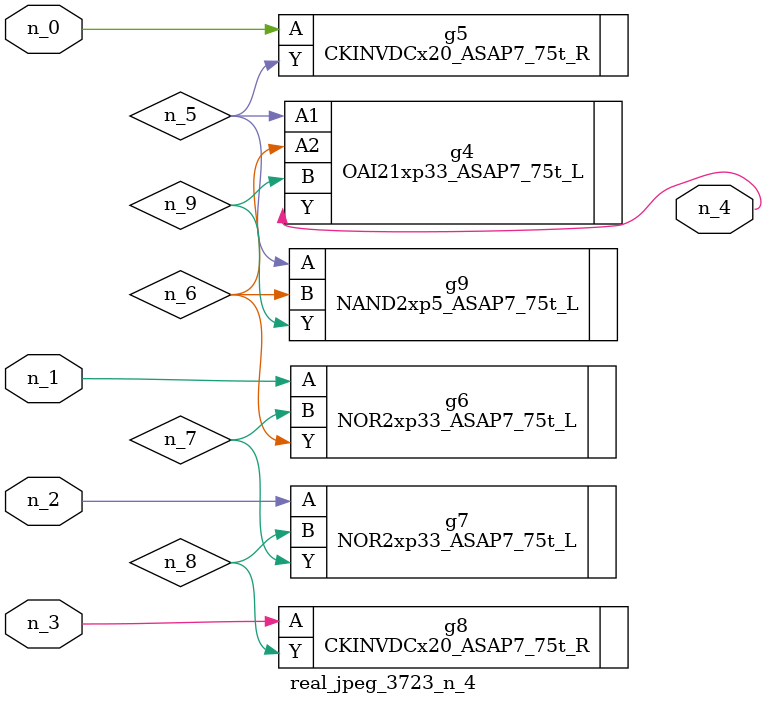
<source format=v>
module real_jpeg_3723_n_4 (n_3, n_1, n_0, n_2, n_4);

input n_3;
input n_1;
input n_0;
input n_2;

output n_4;

wire n_5;
wire n_8;
wire n_6;
wire n_7;
wire n_9;

CKINVDCx20_ASAP7_75t_R g5 ( 
.A(n_0),
.Y(n_5)
);

NOR2xp33_ASAP7_75t_L g6 ( 
.A(n_1),
.B(n_7),
.Y(n_6)
);

NOR2xp33_ASAP7_75t_L g7 ( 
.A(n_2),
.B(n_8),
.Y(n_7)
);

CKINVDCx20_ASAP7_75t_R g8 ( 
.A(n_3),
.Y(n_8)
);

OAI21xp33_ASAP7_75t_L g4 ( 
.A1(n_5),
.A2(n_6),
.B(n_9),
.Y(n_4)
);

NAND2xp5_ASAP7_75t_L g9 ( 
.A(n_5),
.B(n_6),
.Y(n_9)
);


endmodule
</source>
